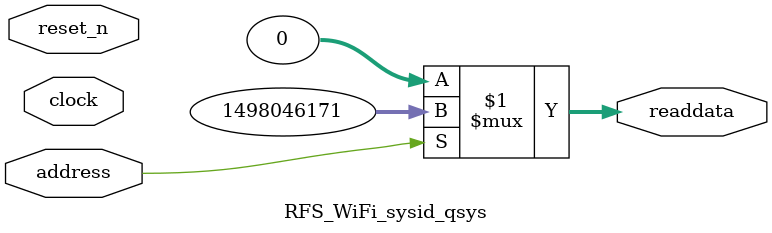
<source format=v>



// synthesis translate_off
`timescale 1ns / 1ps
// synthesis translate_on

// turn off superfluous verilog processor warnings 
// altera message_level Level1 
// altera message_off 10034 10035 10036 10037 10230 10240 10030 

module RFS_WiFi_sysid_qsys (
               // inputs:
                address,
                clock,
                reset_n,

               // outputs:
                readdata
             )
;

  output  [ 31: 0] readdata;
  input            address;
  input            clock;
  input            reset_n;

  wire    [ 31: 0] readdata;
  //control_slave, which is an e_avalon_slave
  assign readdata = address ? 1498046171 : 0;

endmodule



</source>
